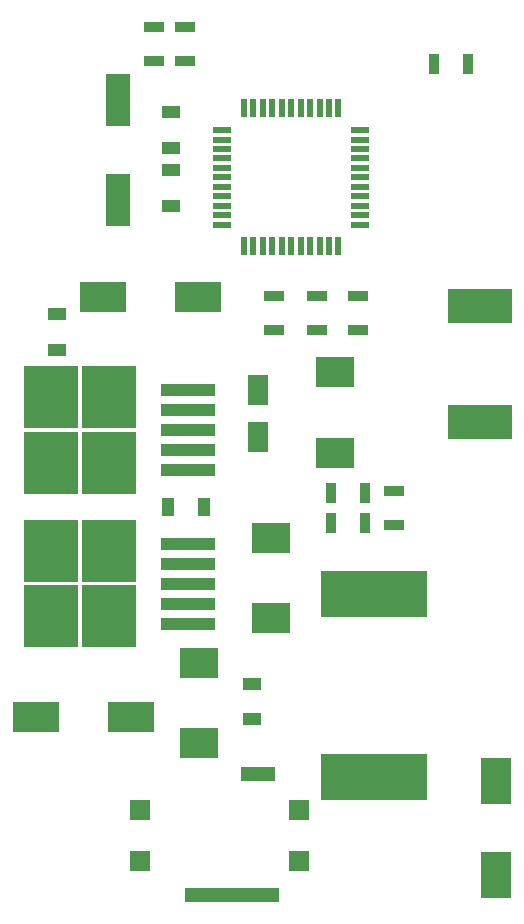
<source format=gbr>
G04 #@! TF.FileFunction,Paste,Top*
%FSLAX46Y46*%
G04 Gerber Fmt 4.6, Leading zero omitted, Abs format (unit mm)*
G04 Created by KiCad (PCBNEW 4.0.6) date 08/22/19 22:43:51*
%MOMM*%
%LPD*%
G01*
G04 APERTURE LIST*
%ADD10C,0.100000*%
%ADD11R,1.600000X1.000000*%
%ADD12R,1.000000X1.600000*%
%ADD13R,1.800000X2.500000*%
%ADD14R,3.300000X2.500000*%
%ADD15R,1.800000X1.800000*%
%ADD16R,8.000000X1.200000*%
%ADD17R,3.000000X1.200000*%
%ADD18R,5.400000X2.900000*%
%ADD19R,1.700000X0.900000*%
%ADD20R,0.900000X1.700000*%
%ADD21R,1.600000X0.560000*%
%ADD22R,0.560000X1.600000*%
%ADD23R,4.600000X1.100000*%
%ADD24R,4.550000X5.250000*%
%ADD25R,4.000000X2.500000*%
%ADD26R,2.500000X4.000000*%
%ADD27R,9.000000X3.980000*%
%ADD28R,2.000000X4.500000*%
G04 APERTURE END LIST*
D10*
D11*
X162211000Y-58375000D03*
X162211000Y-55375000D03*
X162211000Y-60275000D03*
X162211000Y-63275000D03*
D12*
X165011000Y-88775000D03*
X162011000Y-88775000D03*
D11*
X152611000Y-75475000D03*
X152611000Y-72475000D03*
X169061000Y-103775000D03*
X169061000Y-106775000D03*
D13*
X169611000Y-82875000D03*
X169611000Y-78875000D03*
D14*
X164611000Y-101975000D03*
X164611000Y-108775000D03*
X170711000Y-91375000D03*
X170711000Y-98175000D03*
X176111000Y-77375000D03*
X176111000Y-84175000D03*
D15*
X159611000Y-114425000D03*
X159611000Y-118725000D03*
X173100000Y-114425000D03*
X173100000Y-118725000D03*
D16*
X167361000Y-121625000D03*
D17*
X169611000Y-111425000D03*
D18*
X188361000Y-71725000D03*
X188361000Y-81625000D03*
D19*
X170961000Y-73825000D03*
X170961000Y-70925000D03*
X174561000Y-73825000D03*
X174561000Y-70925000D03*
X163411000Y-51025000D03*
X163411000Y-48125000D03*
X160811000Y-48125000D03*
X160811000Y-51025000D03*
X178061000Y-73825000D03*
X178061000Y-70925000D03*
D20*
X184461000Y-51275000D03*
X187361000Y-51275000D03*
X178661000Y-87575000D03*
X175761000Y-87575000D03*
X175761000Y-90175000D03*
X178661000Y-90175000D03*
D19*
X181111000Y-90325000D03*
X181111000Y-87425000D03*
D21*
X178261000Y-64875000D03*
X178261000Y-64075000D03*
X178261000Y-63275000D03*
X178261000Y-62475000D03*
X178261000Y-61675000D03*
X178261000Y-60875000D03*
X178261000Y-60075000D03*
X178261000Y-59275000D03*
X178261000Y-58475000D03*
X178261000Y-57675000D03*
X178261000Y-56875000D03*
D22*
X176411000Y-55025000D03*
X175611000Y-55025000D03*
X174811000Y-55025000D03*
X174011000Y-55025000D03*
X173211000Y-55025000D03*
X172411000Y-55025000D03*
X171611000Y-55025000D03*
X170811000Y-55025000D03*
X170011000Y-55025000D03*
X169211000Y-55025000D03*
X168411000Y-55025000D03*
D21*
X166561000Y-56875000D03*
X166561000Y-57675000D03*
X166561000Y-58475000D03*
X166561000Y-59275000D03*
X166561000Y-60075000D03*
X166561000Y-60875000D03*
X166561000Y-61675000D03*
X166561000Y-62475000D03*
X166561000Y-63275000D03*
X166561000Y-64075000D03*
X166561000Y-64875000D03*
D22*
X168411000Y-66725000D03*
X169211000Y-66725000D03*
X170011000Y-66725000D03*
X170811000Y-66725000D03*
X171611000Y-66725000D03*
X172411000Y-66725000D03*
X173211000Y-66725000D03*
X174011000Y-66725000D03*
X174811000Y-66725000D03*
X175611000Y-66725000D03*
X176411000Y-66725000D03*
D23*
X163686000Y-85675000D03*
X163686000Y-83975000D03*
X163686000Y-82275000D03*
X163686000Y-80575000D03*
X163686000Y-78875000D03*
D24*
X152111000Y-79500000D03*
X156961000Y-85050000D03*
X152111000Y-85050000D03*
X156961000Y-79500000D03*
D23*
X163686000Y-98675000D03*
X163686000Y-96975000D03*
X163686000Y-95275000D03*
X163686000Y-93575000D03*
X163686000Y-91875000D03*
D24*
X152111000Y-92500000D03*
X156961000Y-98050000D03*
X152111000Y-98050000D03*
X156961000Y-92500000D03*
D25*
X164511000Y-70975000D03*
X156511000Y-70975000D03*
X158811000Y-106575000D03*
X150811000Y-106575000D03*
D26*
X189761000Y-111975000D03*
X189761000Y-119975000D03*
D27*
X179411000Y-96145000D03*
X179411000Y-111605000D03*
D28*
X157711000Y-54325000D03*
X157711000Y-62825000D03*
M02*

</source>
